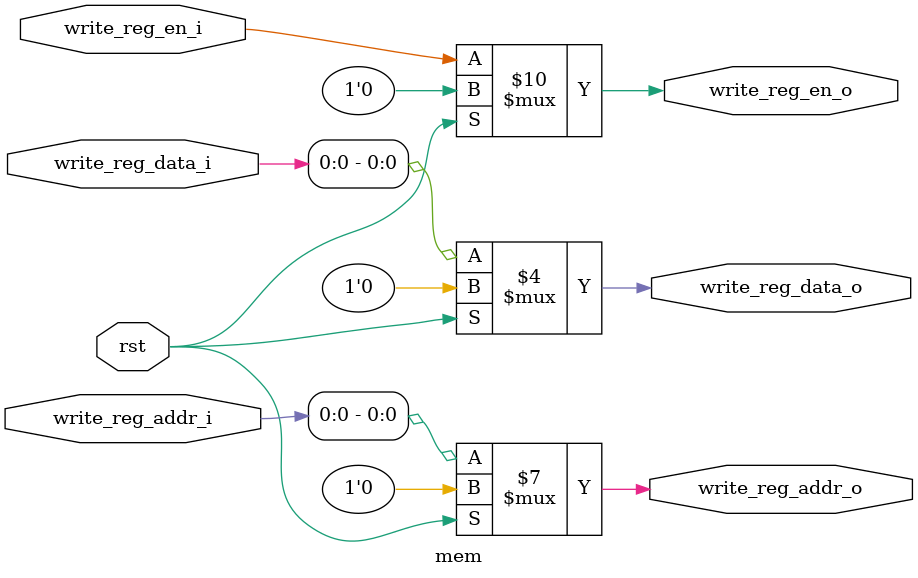
<source format=v>
module mem(
    input wire rst,
    input wire write_reg_en_i,
    input wire [4:0] write_reg_addr_i,
    input wire [31:0] write_reg_data_i,
    
    output reg write_reg_en_o,
    output reg write_reg_addr_o,
    output reg write_reg_data_o,
);
    always @ (*)begin
        if(rst == 1'b1) begin
            write_reg_en_o <= 1'b0;
            write_reg_addr_o <= 5'b00000;
            write_reg_data_o <= 32'h00000000;
        end else begin
            write_reg_en_o <= write_reg_en_i;
            write_reg_addr_o <= write_reg_addr_i;
            write_reg_data_o <= write_reg_data_i;
        end
    end
endmodule
</source>
